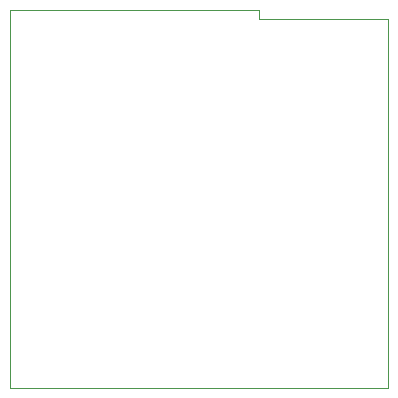
<source format=gm1>
G04*
G04 #@! TF.GenerationSoftware,Altium Limited,Altium Designer,18.1.9 (240)*
G04*
G04 Layer_Color=16711935*
%FSLAX25Y25*%
%MOIN*%
G70*
G01*
G75*
%ADD85C,0.00394*%
D85*
X125984Y-0D02*
Y123000D01*
X0Y0D02*
X125984Y-0D01*
X0Y0D02*
Y125984D01*
X83000D01*
Y123000D02*
Y125984D01*
Y123000D02*
X125984D01*
M02*

</source>
